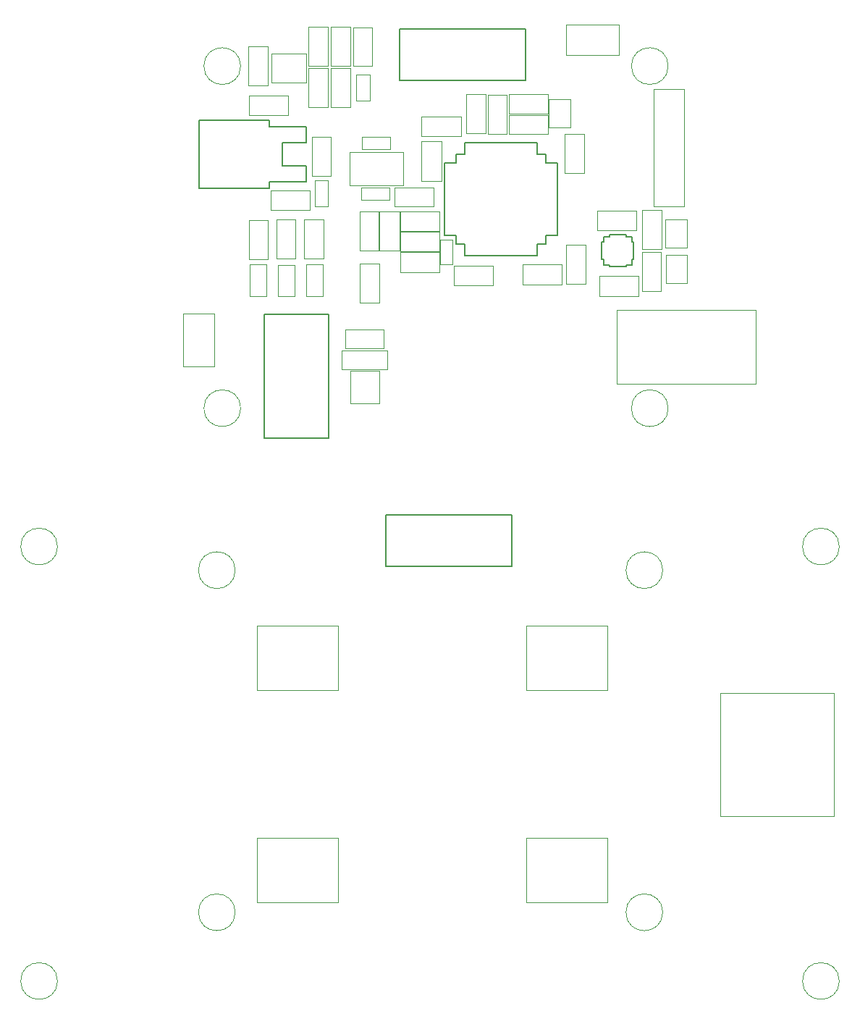
<source format=gbr>
%TF.GenerationSoftware,KiCad,Pcbnew,8.0.6*%
%TF.CreationDate,2025-07-11T21:44:03-04:00*%
%TF.ProjectId,receiver,72656365-6976-4657-922e-6b696361645f,rev?*%
%TF.SameCoordinates,Original*%
%TF.FileFunction,Other,User*%
%FSLAX46Y46*%
G04 Gerber Fmt 4.6, Leading zero omitted, Abs format (unit mm)*
G04 Created by KiCad (PCBNEW 8.0.6) date 2025-07-11 21:44:03*
%MOMM*%
%LPD*%
G01*
G04 APERTURE LIST*
%ADD10C,0.050000*%
%ADD11C,0.152400*%
G04 APERTURE END LIST*
D10*
%TO.C,U3*%
X136593213Y-42508876D02*
X136593213Y-45908876D01*
X136593213Y-45908876D02*
X140693213Y-45908876D01*
X140693213Y-42508876D02*
X136593213Y-42508876D01*
X140693213Y-45908876D02*
X140693213Y-42508876D01*
%TO.C,STM_C9*%
X151688978Y-65758813D02*
X156288978Y-65758813D01*
X151688978Y-68058813D02*
X151688978Y-65758813D01*
X156288978Y-65758813D02*
X156288978Y-68058813D01*
X156288978Y-68058813D02*
X151688978Y-68058813D01*
%TO.C,CSTL_C1*%
X147219786Y-52255967D02*
X150519786Y-52255967D01*
X147219786Y-53715967D02*
X147219786Y-52255967D01*
X150519786Y-52255967D02*
X150519786Y-53715967D01*
X150519786Y-53715967D02*
X147219786Y-53715967D01*
D11*
%TO.C,U4*%
X175259812Y-64576891D02*
X175463012Y-64576891D01*
X175259812Y-66534091D02*
X175259812Y-64576891D01*
X175463012Y-63904491D02*
X176135412Y-63904491D01*
X175463012Y-64576891D02*
X175463012Y-63904491D01*
X175463012Y-66534091D02*
X175259812Y-66534091D01*
X175463012Y-67206491D02*
X175463012Y-66534091D01*
X176135412Y-63701291D02*
X178092612Y-63701291D01*
X176135412Y-63904491D02*
X176135412Y-63701291D01*
X176135412Y-67206491D02*
X175463012Y-67206491D01*
X176135412Y-67409691D02*
X176135412Y-67206491D01*
X178092612Y-63701291D02*
X178092612Y-63904491D01*
X178092612Y-63904491D02*
X178765012Y-63904491D01*
X178092612Y-67206491D02*
X178092612Y-67409691D01*
X178092612Y-67409691D02*
X176135412Y-67409691D01*
X178765012Y-63904491D02*
X178765012Y-64576891D01*
X178765012Y-64576891D02*
X178968212Y-64576891D01*
X178765012Y-66534091D02*
X178765012Y-67206491D01*
X178765012Y-67206491D02*
X178092612Y-67206491D01*
X178968212Y-64576891D02*
X178968212Y-66534091D01*
X178968212Y-66534091D02*
X178765012Y-66534091D01*
%TO.C,PWR_D2*%
D10*
X146567315Y-48003034D02*
X148162302Y-48003034D01*
X148162302Y-44955979D01*
X146567315Y-44955979D01*
X146567315Y-48003034D01*
%TO.C,PWR_C4*%
X133876464Y-41663578D02*
X136176464Y-41663578D01*
X133876464Y-46263578D02*
X133876464Y-41663578D01*
X136176464Y-41663578D02*
X136176464Y-46263578D01*
X136176464Y-46263578D02*
X133876464Y-46263578D01*
%TO.C,RV1*%
X189135888Y-117261743D02*
X189135888Y-131661743D01*
X189135888Y-131661743D02*
X202435888Y-131661743D01*
X202435888Y-117261743D02*
X189135888Y-117261743D01*
X202435888Y-131661743D02*
X202435888Y-117261743D01*
%TO.C,JP1*%
X169083149Y-51155232D02*
X169083149Y-47855232D01*
X169083149Y-51155232D02*
X171583149Y-51155232D01*
X171583149Y-47855232D02*
X169083149Y-47855232D01*
X171583149Y-47855232D02*
X171583149Y-51155232D01*
%TO.C,PWR_R5*%
X145226520Y-74771804D02*
X149786520Y-74771804D01*
X145226520Y-77011804D02*
X145226520Y-74771804D01*
X149786520Y-74771804D02*
X149786520Y-77011804D01*
X149786520Y-77011804D02*
X145226520Y-77011804D01*
%TO.C,MLX_C1*%
X174978570Y-68543425D02*
X179578570Y-68543425D01*
X174978570Y-70843425D02*
X174978570Y-68543425D01*
X179578570Y-68543425D02*
X179578570Y-70843425D01*
X179578570Y-70843425D02*
X174978570Y-70843425D01*
%TO.C,HOLES1*%
X133017230Y-43980426D02*
G75*
G02*
X128717230Y-43980426I-2150000J0D01*
G01*
X128717230Y-43980426D02*
G75*
G02*
X133017230Y-43980426I2150000J0D01*
G01*
X133017230Y-83980426D02*
G75*
G02*
X128717230Y-83980426I-2150000J0D01*
G01*
X128717230Y-83980426D02*
G75*
G02*
X133017230Y-83980426I2150000J0D01*
G01*
X183017230Y-43980426D02*
G75*
G02*
X178717230Y-43980426I-2150000J0D01*
G01*
X178717230Y-43980426D02*
G75*
G02*
X183017230Y-43980426I2150000J0D01*
G01*
X183017230Y-83980426D02*
G75*
G02*
X178717230Y-83980426I-2150000J0D01*
G01*
X178717230Y-83980426D02*
G75*
G02*
X183017230Y-83980426I2150000J0D01*
G01*
%TO.C,PWR_J1*%
X126308863Y-72932777D02*
X126308863Y-79082777D01*
X126308863Y-79082777D02*
X129908863Y-79082777D01*
X129908863Y-72932777D02*
X126308863Y-72932777D01*
X129908863Y-79082777D02*
X129908863Y-72932777D01*
%TO.C,STM_C3*%
X157921298Y-67289425D02*
X162521298Y-67289425D01*
X157921298Y-69589425D02*
X157921298Y-67289425D01*
X162521298Y-67289425D02*
X162521298Y-69589425D01*
X162521298Y-69589425D02*
X157921298Y-69589425D01*
%TO.C,SW3*%
X134915298Y-134252778D02*
X135165298Y-134252778D01*
X134915298Y-134502778D02*
X134915298Y-134252778D01*
X134915298Y-141502778D02*
X134915298Y-134502778D01*
X134915298Y-141502778D02*
X134915298Y-141752778D01*
X134915298Y-141752778D02*
X135165298Y-141752778D01*
X135165298Y-134252778D02*
X144165298Y-134252778D01*
X144165298Y-134252778D02*
X144415298Y-134252778D01*
X144165298Y-141752778D02*
X135165298Y-141752778D01*
X144165298Y-141752778D02*
X144415298Y-141752778D01*
X144415298Y-134252778D02*
X144415298Y-134502778D01*
X144415298Y-134502778D02*
X144415298Y-141502778D01*
X144415298Y-141752778D02*
X144415298Y-141502778D01*
%TO.C,D3*%
X137388584Y-67219789D02*
X139288584Y-67219789D01*
X137388584Y-70899789D02*
X137388584Y-67219789D01*
X139288584Y-67219789D02*
X139288584Y-70899789D01*
X139288584Y-70899789D02*
X137388584Y-70899789D01*
%TO.C,STM_C4*%
X165973575Y-67189953D02*
X170573575Y-67189953D01*
X165973575Y-69489953D02*
X165973575Y-67189953D01*
X170573575Y-67189953D02*
X170573575Y-69489953D01*
X170573575Y-69489953D02*
X165973575Y-69489953D01*
%TO.C,SW1*%
X166421788Y-109441627D02*
X166671788Y-109441627D01*
X166421788Y-109691627D02*
X166421788Y-109441627D01*
X166421788Y-116691627D02*
X166421788Y-109691627D01*
X166421788Y-116691627D02*
X166421788Y-116941627D01*
X166421788Y-116941627D02*
X166671788Y-116941627D01*
X166671788Y-109441627D02*
X175671788Y-109441627D01*
X175671788Y-109441627D02*
X175921788Y-109441627D01*
X175671788Y-116941627D02*
X166671788Y-116941627D01*
X175671788Y-116941627D02*
X175921788Y-116941627D01*
X175921788Y-109441627D02*
X175921788Y-109691627D01*
X175921788Y-109691627D02*
X175921788Y-116691627D01*
X175921788Y-116941627D02*
X175921788Y-116691627D01*
%TO.C,STM_C1*%
X154182712Y-49911894D02*
X158782712Y-49911894D01*
X154182712Y-52211894D02*
X154182712Y-49911894D01*
X158782712Y-49911894D02*
X158782712Y-52211894D01*
X158782712Y-52211894D02*
X154182712Y-52211894D01*
%TO.C,S_R1*%
X146938437Y-60996500D02*
X149178437Y-60996500D01*
X146938437Y-65556500D02*
X146938437Y-60996500D01*
X149178437Y-60996500D02*
X149178437Y-65556500D01*
X149178437Y-65556500D02*
X146938437Y-65556500D01*
%TO.C,STM_C8*%
X151687380Y-63366701D02*
X156287380Y-63366701D01*
X151687380Y-65666701D02*
X151687380Y-63366701D01*
X156287380Y-63366701D02*
X156287380Y-65666701D01*
X156287380Y-65666701D02*
X151687380Y-65666701D01*
%TO.C,LED_R1*%
X133957166Y-62025084D02*
X136197166Y-62025084D01*
X133957166Y-66585084D02*
X133957166Y-62025084D01*
X136197166Y-62025084D02*
X136197166Y-66585084D01*
X136197166Y-66585084D02*
X133957166Y-66585084D01*
%TO.C,HOLES3*%
X111591750Y-100148492D02*
G75*
G02*
X107291750Y-100148492I-2150000J0D01*
G01*
X107291750Y-100148492D02*
G75*
G02*
X111591750Y-100148492I2150000J0D01*
G01*
X111591750Y-150948492D02*
G75*
G02*
X107291750Y-150948492I-2150000J0D01*
G01*
X107291750Y-150948492D02*
G75*
G02*
X111591750Y-150948492I2150000J0D01*
G01*
X203031750Y-100148492D02*
G75*
G02*
X198731750Y-100148492I-2150000J0D01*
G01*
X198731750Y-100148492D02*
G75*
G02*
X203031750Y-100148492I2150000J0D01*
G01*
X203031750Y-150948492D02*
G75*
G02*
X198731750Y-150948492I-2150000J0D01*
G01*
X198731750Y-150948492D02*
G75*
G02*
X203031750Y-150948492I2150000J0D01*
G01*
%TO.C,PWR_C5*%
X140918536Y-44178548D02*
X143218536Y-44178548D01*
X140918536Y-48778548D02*
X140918536Y-44178548D01*
X143218536Y-44178548D02*
X143218536Y-48778548D01*
X143218536Y-48778548D02*
X140918536Y-48778548D01*
%TO.C,PWR_R1*%
X141348240Y-52246399D02*
X143588240Y-52246399D01*
X141348240Y-56806399D02*
X141348240Y-52246399D01*
X143588240Y-52246399D02*
X143588240Y-56806399D01*
X143588240Y-56806399D02*
X141348240Y-56806399D01*
D11*
%TO.C,IF1*%
X151574129Y-39634746D02*
X151574129Y-45654546D01*
X151574129Y-45654546D02*
X166331529Y-45654546D01*
X166331529Y-39634746D02*
X151574129Y-39634746D01*
X166331529Y-45654546D02*
X166331529Y-39634746D01*
D10*
%TO.C,SW4*%
X134915298Y-109441627D02*
X135165298Y-109441627D01*
X134915298Y-109691627D02*
X134915298Y-109441627D01*
X134915298Y-116691627D02*
X134915298Y-109691627D01*
X134915298Y-116691627D02*
X134915298Y-116941627D01*
X134915298Y-116941627D02*
X135165298Y-116941627D01*
X135165298Y-109441627D02*
X144165298Y-109441627D01*
X144165298Y-109441627D02*
X144415298Y-109441627D01*
X144165298Y-116941627D02*
X135165298Y-116941627D01*
X144165298Y-116941627D02*
X144415298Y-116941627D01*
X144415298Y-109441627D02*
X144415298Y-109691627D01*
X144415298Y-109691627D02*
X144415298Y-116691627D01*
X144415298Y-116941627D02*
X144415298Y-116691627D01*
%TO.C,D4*%
X140712307Y-67197366D02*
X142612307Y-67197366D01*
X140712307Y-70877366D02*
X140712307Y-67197366D01*
X142612307Y-67197366D02*
X142612307Y-70877366D01*
X142612307Y-70877366D02*
X140712307Y-70877366D01*
%TO.C,S_R4*%
X150997328Y-58161044D02*
X155557328Y-58161044D01*
X150997328Y-60401044D02*
X150997328Y-58161044D01*
X155557328Y-58161044D02*
X155557328Y-60401044D01*
X155557328Y-60401044D02*
X150997328Y-60401044D01*
%TO.C,S_C10*%
X149275699Y-60988960D02*
X151575699Y-60988960D01*
X149275699Y-65588960D02*
X149275699Y-60988960D01*
X151575699Y-60988960D02*
X151575699Y-65588960D01*
X151575699Y-65588960D02*
X149275699Y-65588960D01*
%TO.C,I2C_R2*%
X161909926Y-47321958D02*
X164149926Y-47321958D01*
X161909926Y-51881958D02*
X161909926Y-47321958D01*
X164149926Y-47321958D02*
X164149926Y-51881958D01*
X164149926Y-51881958D02*
X161909926Y-51881958D01*
%TO.C,PWR_R4*%
X143595543Y-44197763D02*
X145835543Y-44197763D01*
X143595543Y-48757763D02*
X143595543Y-44197763D01*
X145835543Y-44197763D02*
X145835543Y-48757763D01*
X145835543Y-48757763D02*
X143595543Y-48757763D01*
%TO.C,STM_R2*%
X164380779Y-47267765D02*
X168940779Y-47267765D01*
X164380779Y-49507765D02*
X164380779Y-47267765D01*
X168940779Y-47267765D02*
X168940779Y-49507765D01*
X168940779Y-49507765D02*
X164380779Y-49507765D01*
%TO.C,J3*%
X171078337Y-39127890D02*
X171078337Y-42727890D01*
X171078337Y-42727890D02*
X177228337Y-42727890D01*
X177228337Y-39127890D02*
X171078337Y-39127890D01*
X177228337Y-42727890D02*
X177228337Y-39127890D01*
%TO.C,S_C7*%
X151698936Y-60986145D02*
X156298936Y-60986145D01*
X151698936Y-63286145D02*
X151698936Y-60986145D01*
X156298936Y-60986145D02*
X156298936Y-63286145D01*
X156298936Y-63286145D02*
X151698936Y-63286145D01*
%TO.C,PWR_D1*%
X141671561Y-60412536D02*
X143266548Y-60412536D01*
X143266548Y-57365481D01*
X141671561Y-57365481D01*
X141671561Y-60412536D01*
%TO.C,MLX_A0*%
X182711051Y-65201203D02*
X182711051Y-61901203D01*
X182711051Y-65201203D02*
X185211051Y-65201203D01*
X185211051Y-61901203D02*
X182711051Y-61901203D01*
X185211051Y-61901203D02*
X185211051Y-65201203D01*
%TO.C,HOLES2*%
X132380170Y-102915216D02*
G75*
G02*
X128080170Y-102915216I-2150000J0D01*
G01*
X128080170Y-102915216D02*
G75*
G02*
X132380170Y-102915216I2150000J0D01*
G01*
X132380170Y-142915216D02*
G75*
G02*
X128080170Y-142915216I-2150000J0D01*
G01*
X128080170Y-142915216D02*
G75*
G02*
X132380170Y-142915216I2150000J0D01*
G01*
X182380170Y-102915216D02*
G75*
G02*
X178080170Y-102915216I-2150000J0D01*
G01*
X178080170Y-102915216D02*
G75*
G02*
X182380170Y-102915216I2150000J0D01*
G01*
X182380170Y-142915216D02*
G75*
G02*
X178080170Y-142915216I-2150000J0D01*
G01*
X178080170Y-142915216D02*
G75*
G02*
X182380170Y-142915216I2150000J0D01*
G01*
%TO.C,LED_R2*%
X137202256Y-61937872D02*
X139442256Y-61937872D01*
X137202256Y-66497872D02*
X137202256Y-61937872D01*
X139442256Y-61937872D02*
X139442256Y-66497872D01*
X139442256Y-66497872D02*
X137202256Y-66497872D01*
%TO.C,PWR_R3*%
X146169663Y-39433763D02*
X148409663Y-39433763D01*
X146169663Y-43993763D02*
X146169663Y-39433763D01*
X148409663Y-39433763D02*
X148409663Y-43993763D01*
X148409663Y-43993763D02*
X146169663Y-43993763D01*
%TO.C,PWR_R2*%
X143574659Y-39414324D02*
X145814659Y-39414324D01*
X143574659Y-43974324D02*
X143574659Y-39414324D01*
X145814659Y-39414324D02*
X145814659Y-43974324D01*
X145814659Y-43974324D02*
X143574659Y-43974324D01*
%TO.C,D2*%
X134102420Y-67197366D02*
X136002420Y-67197366D01*
X134102420Y-70877366D02*
X134102420Y-67197366D01*
X136002420Y-67197366D02*
X136002420Y-70877366D01*
X136002420Y-70877366D02*
X134102420Y-70877366D01*
%TO.C,LED_R3*%
X140467184Y-61931110D02*
X142707184Y-61931110D01*
X140467184Y-66491110D02*
X140467184Y-61931110D01*
X142707184Y-61931110D02*
X142707184Y-66491110D01*
X142707184Y-66491110D02*
X140467184Y-66491110D01*
%TO.C,I2C_R1*%
X159416657Y-47303176D02*
X161656657Y-47303176D01*
X159416657Y-51863176D02*
X159416657Y-47303176D01*
X161656657Y-47303176D02*
X161656657Y-51863176D01*
X161656657Y-51863176D02*
X159416657Y-51863176D01*
%TO.C,SW2*%
X166421788Y-134252778D02*
X166671788Y-134252778D01*
X166421788Y-134502778D02*
X166421788Y-134252778D01*
X166421788Y-141502778D02*
X166421788Y-134502778D01*
X166421788Y-141502778D02*
X166421788Y-141752778D01*
X166421788Y-141752778D02*
X166671788Y-141752778D01*
X166671788Y-134252778D02*
X175671788Y-134252778D01*
X175671788Y-134252778D02*
X175921788Y-134252778D01*
X175671788Y-141752778D02*
X166671788Y-141752778D01*
X175671788Y-141752778D02*
X175921788Y-141752778D01*
X175921788Y-134252778D02*
X175921788Y-134502778D01*
X175921788Y-134502778D02*
X175921788Y-141502778D01*
X175921788Y-141752778D02*
X175921788Y-141502778D01*
%TO.C,PWR_C1*%
X136496034Y-58523929D02*
X141096034Y-58523929D01*
X136496034Y-60823929D02*
X136496034Y-58523929D01*
X141096034Y-58523929D02*
X141096034Y-60823929D01*
X141096034Y-60823929D02*
X136496034Y-60823929D01*
%TO.C,Q2*%
X145847661Y-79608035D02*
X145847661Y-83448035D01*
X145847661Y-83448035D02*
X149247661Y-83448035D01*
X149247661Y-79608035D02*
X145847661Y-79608035D01*
X149247661Y-83448035D02*
X149247661Y-79608035D01*
%TO.C,S_C2*%
X154181844Y-52799983D02*
X156481844Y-52799983D01*
X154181844Y-57399983D02*
X154181844Y-52799983D01*
X156481844Y-52799983D02*
X156481844Y-57399983D01*
X156481844Y-57399983D02*
X154181844Y-57399983D01*
%TO.C,MLX_A1*%
X182739084Y-69350140D02*
X182739084Y-66050140D01*
X182739084Y-69350140D02*
X185239084Y-69350140D01*
X185239084Y-66050140D02*
X182739084Y-66050140D01*
X185239084Y-66050140D02*
X185239084Y-69350140D01*
%TO.C,J2*%
X181317816Y-46639839D02*
X181317816Y-60389839D01*
X181317816Y-60389839D02*
X184917816Y-60389839D01*
X184917816Y-46639839D02*
X181317816Y-46639839D01*
X184917816Y-60389839D02*
X184917816Y-46639839D01*
%TO.C,MLX_R1*%
X179981648Y-60845937D02*
X182221648Y-60845937D01*
X179981648Y-65405937D02*
X179981648Y-60845937D01*
X182221648Y-60845937D02*
X182221648Y-65405937D01*
X182221648Y-65405937D02*
X179981648Y-65405937D01*
D11*
%TO.C,U1*%
X156854391Y-55269273D02*
X158197491Y-55269273D01*
X156854391Y-63785273D02*
X156854391Y-55269273D01*
X158197491Y-54269473D02*
X159197291Y-54269473D01*
X158197491Y-55269273D02*
X158197491Y-54269473D01*
X158197491Y-63785273D02*
X156854391Y-63785273D01*
X158197491Y-64785073D02*
X158197491Y-63785273D01*
X159197291Y-52926373D02*
X167713291Y-52926373D01*
X159197291Y-54269473D02*
X159197291Y-52926373D01*
X159197291Y-64785073D02*
X158197491Y-64785073D01*
X159197291Y-66128173D02*
X159197291Y-64785073D01*
X167713291Y-52926373D02*
X167713291Y-54269473D01*
X167713291Y-54269473D02*
X168713091Y-54269473D01*
X167713291Y-64785073D02*
X167713291Y-66128173D01*
X167713291Y-66128173D02*
X159197291Y-66128173D01*
X168713091Y-54269473D02*
X168713091Y-55269273D01*
X168713091Y-55269273D02*
X170056191Y-55269273D01*
X168713091Y-63785273D02*
X168713091Y-64785073D01*
X168713091Y-64785073D02*
X167713291Y-64785073D01*
X170056191Y-55269273D02*
X170056191Y-63785273D01*
X170056191Y-63785273D02*
X168713091Y-63785273D01*
D10*
%TO.C,MLX_C3*%
X146927387Y-67074531D02*
X149227387Y-67074531D01*
X146927387Y-71674531D02*
X146927387Y-67074531D01*
X149227387Y-67074531D02*
X149227387Y-71674531D01*
X149227387Y-71674531D02*
X146927387Y-71674531D01*
%TO.C,STM_R3*%
X164380779Y-49706667D02*
X168940779Y-49706667D01*
X164380779Y-51946667D02*
X164380779Y-49706667D01*
X168940779Y-49706667D02*
X168940779Y-51946667D01*
X168940779Y-51946667D02*
X164380779Y-51946667D01*
%TO.C,MLX_R2*%
X179953615Y-65756540D02*
X182193615Y-65756540D01*
X179953615Y-70316540D02*
X179953615Y-65756540D01*
X182193615Y-65756540D02*
X182193615Y-70316540D01*
X182193615Y-70316540D02*
X179953615Y-70316540D01*
%TO.C,J1*%
X176982612Y-81133861D02*
X176982612Y-72533861D01*
X176982612Y-81133861D02*
X193282612Y-81133861D01*
X193282612Y-72533861D02*
X176982612Y-72533861D01*
X193282612Y-72533861D02*
X193282612Y-81133861D01*
%TO.C,PWR_C3*%
X140944537Y-39401394D02*
X143244537Y-39401394D01*
X140944537Y-44001394D02*
X140944537Y-39401394D01*
X143244537Y-39401394D02*
X143244537Y-44001394D01*
X143244537Y-44001394D02*
X140944537Y-44001394D01*
%TO.C,D1*%
X144851950Y-77246927D02*
X150151950Y-77246927D01*
X144851950Y-79446927D02*
X144851950Y-77246927D01*
X150151950Y-77246927D02*
X150151950Y-79446927D01*
X150151950Y-79446927D02*
X144851950Y-79446927D01*
%TO.C,PWR_C2*%
X134010048Y-47420026D02*
X138610048Y-47420026D01*
X134010048Y-49720026D02*
X134010048Y-47420026D01*
X138610048Y-47420026D02*
X138610048Y-49720026D01*
X138610048Y-49720026D02*
X134010048Y-49720026D01*
%TO.C,MLX_C2*%
X174701094Y-60886645D02*
X179301094Y-60886645D01*
X174701094Y-63186645D02*
X174701094Y-60886645D01*
X179301094Y-60886645D02*
X179301094Y-63186645D01*
X179301094Y-63186645D02*
X174701094Y-63186645D01*
%TO.C,CSTL_C2*%
X147111119Y-58201564D02*
X150411119Y-58201564D01*
X147111119Y-59661564D02*
X147111119Y-58201564D01*
X150411119Y-58201564D02*
X150411119Y-59661564D01*
X150411119Y-59661564D02*
X147111119Y-59661564D01*
%TO.C,STM_C6*%
X171075878Y-64876368D02*
X173375878Y-64876368D01*
X171075878Y-69476368D02*
X171075878Y-64876368D01*
X173375878Y-64876368D02*
X173375878Y-69476368D01*
X173375878Y-69476368D02*
X171075878Y-69476368D01*
%TO.C,STM_C5*%
X170893004Y-51933197D02*
X173193004Y-51933197D01*
X170893004Y-56533197D02*
X170893004Y-51933197D01*
X173193004Y-51933197D02*
X173193004Y-56533197D01*
X173193004Y-56533197D02*
X170893004Y-56533197D01*
%TO.C,FB1*%
X156354414Y-64238535D02*
X157814414Y-64238535D01*
X156354414Y-67198535D02*
X156354414Y-64238535D01*
X157814414Y-64238535D02*
X157814414Y-67198535D01*
X157814414Y-67198535D02*
X156354414Y-67198535D01*
D11*
%TO.C,SW5*%
X135802657Y-72964414D02*
X135802657Y-87467814D01*
X135802657Y-87467814D02*
X143321057Y-87467814D01*
X143321057Y-72964414D02*
X135802657Y-72964414D01*
X143321057Y-87467814D02*
X143321057Y-72964414D01*
%TO.C,Y1*%
D10*
X152030248Y-57903299D02*
X145745909Y-57903299D01*
X145745909Y-54007197D01*
X152030248Y-54007197D01*
X152030248Y-57903299D01*
D11*
%TO.C,IF2*%
X150014339Y-96441815D02*
X150014339Y-102461615D01*
X150014339Y-102461615D02*
X164771739Y-102461615D01*
X164771739Y-96441815D02*
X150014339Y-96441815D01*
X164771739Y-102461615D02*
X164771739Y-96441815D01*
%TO.C,U2*%
X128126742Y-50308192D02*
X136381742Y-50308192D01*
X128126742Y-58258392D02*
X128126742Y-50308192D01*
X136381742Y-50308192D02*
X136381742Y-51040791D01*
X136381742Y-51040791D02*
X140674342Y-51040791D01*
X136381742Y-57525793D02*
X136381742Y-58258392D01*
X136381742Y-58258392D02*
X128126742Y-58258392D01*
X137880342Y-52945791D02*
X137880342Y-55620793D01*
X137880342Y-55620793D02*
X140674342Y-55620793D01*
X140674342Y-51040791D02*
X140674342Y-52945791D01*
X140674342Y-52945791D02*
X137880342Y-52945791D01*
X140674342Y-55620793D02*
X140674342Y-57525793D01*
X140674342Y-57525793D02*
X136381742Y-57525793D01*
%TD*%
M02*

</source>
